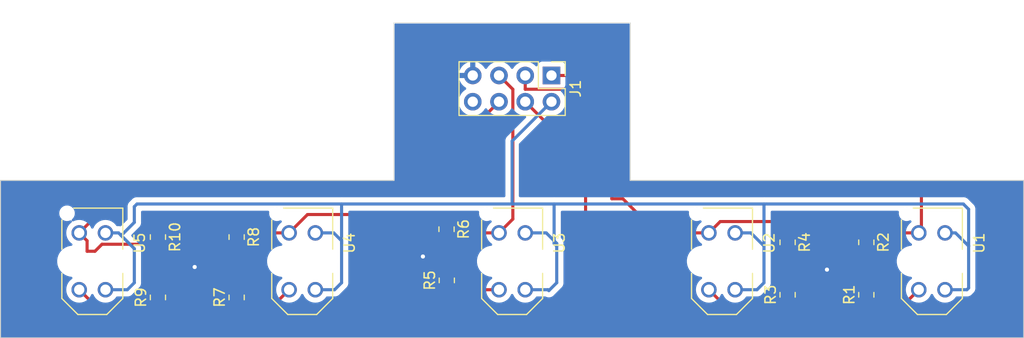
<source format=kicad_pcb>
(kicad_pcb (version 20221018) (generator pcbnew)
  (layers (0 "F.Cu" signal) (31 "B.Cu" signal) (34 "B.Paste" user) (35 "F.Paste" user) (36 "B.SilkS" user "B.Silkscreen") (37 "F.SilkS" user "F.Silkscreen") (38 "B.Mask" user) (39 "F.Mask" user) (44 "Edge.Cuts" user))
  (net 0 "")
  (net 1 "Analog Pin1")
  (net 2 "+3.3V")
  (net 3 "Analog Pin2")
  (net 4 "Analog Pin4")
  (net 5 "Analog Pin3")
  (net 6 "Analog Pin5")
  (net 7 "GND")
  (net 9 "Net-(R1-Pad1)")
  (net 10 "Net-(R3-Pad1)")
  (net 11 "Net-(R5-Pad1)")
  (net 12 "Net-(R7-Pad1)")
  (net 13 "Net-(R9-Pad1)")
  (footprint "Resistor_SMD:R_0805_2012Metric" (layer "F.Cu") (at 124.46 72.2865 90)
    (fp_text reference "R7" (at 0 -1.65 90) (layer "F.SilkS"))
    (fp_text value "90")
    (fp_line (start -0.227064 -0.735) (end 0.227064 -0.735) (stroke (width 0.12)) (layer "F.SilkS"))
    (fp_line (start -0.227064 0.735) (end 0.227064 0.735) (stroke (width 0.12)) (layer "F.SilkS"))
    (pad "1" smd roundrect (at -0.9125 0 90) (size 1.025 1.4) (layers "F.Cu" "F.Paste" "F.Mask") (roundrect_rratio 0.243902) (net 12 "Net-(R7-Pad1)"))
    (pad "2" smd roundrect (at 0.9125 0 90) (size 1.025 1.4) (layers "F.Cu" "F.Paste" "F.Mask") (roundrect_rratio 0.243902) (net 7 "GND"))
  )
  (footprint "Resistor_SMD:R_0805_2012Metric" (layer "F.Cu") (at 124.46 66.4445 -90)
    (fp_text reference "R8" (at 0 -1.65 90) (layer "F.SilkS"))
    (fp_text value "3.9k")
    (fp_line (start -0.227064 -0.735) (end 0.227064 -0.735) (stroke (width 0.12)) (layer "F.SilkS"))
    (fp_line (start -0.227064 0.735) (end 0.227064 0.735) (stroke (width 0.12)) (layer "F.SilkS"))
    (pad "1" smd roundrect (at -0.9125 0 270) (size 1.025 1.4) (layers "F.Cu" "F.Paste" "F.Mask") (roundrect_rratio 0.243902) (net 4 "Analog Pin4"))
    (pad "2" smd roundrect (at 0.9125 0 270) (size 1.025 1.4) (layers "F.Cu" "F.Paste" "F.Mask") (roundrect_rratio 0.243902) (net 7 "GND"))
  )
  (footprint "kicad_mod:OPTO_TCRT5000" (layer "F.Cu") (at 191.77 68.79 -90)
    (fp_text reference "U1" (at -1.76355 -4.57476 90) (layer "F.SilkS") (effects (font (size 1.004126 1.004126))))
    (fp_text value "TCRT5000")
    (fp_line (start -5.15 -2.95) (end -1.17 -2.95) (stroke (width 0.127)) (layer "F.SilkS"))
    (fp_line (start -5.15 1.8) (end -5.15 -2.95) (stroke (width 0.127)) (layer "F.SilkS"))
    (fp_line (start -4 2.95) (end -1.17 2.95) (stroke (width 0.127)) (layer "F.SilkS"))
    (fp_line (start 1.17 2.95) (end 3.6 2.95) (stroke (width 0.127)) (layer "F.SilkS"))
    (fp_line (start 3.6 -2.95) (end 1.17 -2.95) (stroke (width 0.127)) (layer "F.SilkS"))
    (fp_line (start 3.6 -2.95) (end 5.15 -1.4) (stroke (width 0.127)) (layer "F.SilkS"))
    (fp_line (start 3.6 2.95) (end 5.15 1.4) (stroke (width 0.127)) (layer "F.SilkS"))
    (fp_line (start 5.15 1.4) (end 5.15 -1.4) (stroke (width 0.127)) (layer "F.SilkS"))
    (pad "" np_thru_hole circle (at -4.65 2.45 270) (size 1 1) (drill 1) (layers "*.Cu" "*.Mask"))
    (pad "" np_thru_hole circle (at 0 -1.9 270) (size 2.5 2.5) (drill 2.5) (layers "*.Cu" "*.Mask"))
    (pad "" np_thru_hole circle (at 0 1.9 270) (size 2.5 2.5) (drill 2.5) (layers "*.Cu" "*.Mask"))
    (pad "A" thru_hole circle (at 2.75 -1.27 270) (size 1.5 1.5) (drill 1) (layers "*.Cu" "*.Mask") (net 2 "+3.3V"))
    (pad "CATH" thru_hole circle (at 2.75 1.27 270) (size 1.5 1.5) (drill 1) (layers "*.Cu" "*.Mask") (net 9 "Net-(R1-Pad1)"))
    (pad "COLL" thru_hole circle (at -2.75 -1.27 270) (size 1.5 1.5) (drill 1) (layers "*.Cu" "*.Mask") (net 2 "+3.3V"))
    (pad "E" thru_hole circle (at -2.75 1.27 270) (size 1.5 1.5) (drill 1) (layers "*.Cu" "*.Mask") (net 1 "Analog Pin1"))
  )
  (footprint "Resistor_SMD:R_0805_2012Metric" (layer "F.Cu") (at 177.8 72.0325 90)
    (fp_text reference "R3" (at 0 -1.65 90) (layer "F.SilkS"))
    (fp_text value "90")
    (fp_line (start -0.227064 -0.735) (end 0.227064 -0.735) (stroke (width 0.12)) (layer "F.SilkS"))
    (fp_line (start -0.227064 0.735) (end 0.227064 0.735) (stroke (width 0.12)) (layer "F.SilkS"))
    (pad "1" smd roundrect (at -0.9125 0 90) (size 1.025 1.4) (layers "F.Cu" "F.Paste" "F.Mask") (roundrect_rratio 0.243902) (net 10 "Net-(R3-Pad1)"))
    (pad "2" smd roundrect (at 0.9125 0 90) (size 1.025 1.4) (layers "F.Cu" "F.Paste" "F.Mask") (roundrect_rratio 0.243902) (net 7 "GND"))
  )
  (footprint "Resistor_SMD:R_0805_2012Metric" (layer "F.Cu") (at 144.8054 70.6374 90)
    (fp_text reference "R5" (at 0 -1.65 90) (layer "F.SilkS"))
    (fp_text value "90")
    (fp_line (start -0.227064 -0.735) (end 0.227064 -0.735) (stroke (width 0.12)) (layer "F.SilkS"))
    (fp_line (start -0.227064 0.735) (end 0.227064 0.735) (stroke (width 0.12)) (layer "F.SilkS"))
    (pad "1" smd roundrect (at -0.9125 0 90) (size 1.025 1.4) (layers "F.Cu" "F.Paste" "F.Mask") (roundrect_rratio 0.243902) (net 11 "Net-(R5-Pad1)"))
    (pad "2" smd roundrect (at 0.9125 0 90) (size 1.025 1.4) (layers "F.Cu" "F.Paste" "F.Mask") (roundrect_rratio 0.243902) (net 7 "GND"))
  )
  (footprint "Resistor_SMD:R_0805_2012Metric" (layer "F.Cu") (at 185.42 66.9525 -90)
    (fp_text reference "R2" (at 0 -1.65 90) (layer "F.SilkS"))
    (fp_text value "3.9k")
    (fp_line (start -0.227064 -0.735) (end 0.227064 -0.735) (stroke (width 0.12)) (layer "F.SilkS"))
    (fp_line (start -0.227064 0.735) (end 0.227064 0.735) (stroke (width 0.12)) (layer "F.SilkS"))
    (pad "1" smd roundrect (at -0.9125 0 270) (size 1.025 1.4) (layers "F.Cu" "F.Paste" "F.Mask") (roundrect_rratio 0.243902) (net 1 "Analog Pin1"))
    (pad "2" smd roundrect (at 0.9125 0 270) (size 1.025 1.4) (layers "F.Cu" "F.Paste" "F.Mask") (roundrect_rratio 0.243902) (net 7 "GND"))
  )
  (footprint "kicad_mod:OPTO_TCRT5000" (layer "F.Cu") (at 110.49 68.79 -90)
    (fp_text reference "U5" (at -1.76355 -4.57476 90) (layer "F.SilkS") (effects (font (size 1.004126 1.004126))))
    (fp_text value "TCRT5000")
    (fp_line (start -5.15 -2.95) (end -1.17 -2.95) (stroke (width 0.127)) (layer "F.SilkS"))
    (fp_line (start -5.15 1.8) (end -5.15 -2.95) (stroke (width 0.127)) (layer "F.SilkS"))
    (fp_line (start -4 2.95) (end -1.17 2.95) (stroke (width 0.127)) (layer "F.SilkS"))
    (fp_line (start 1.17 2.95) (end 3.6 2.95) (stroke (width 0.127)) (layer "F.SilkS"))
    (fp_line (start 3.6 -2.95) (end 1.17 -2.95) (stroke (width 0.127)) (layer "F.SilkS"))
    (fp_line (start 3.6 -2.95) (end 5.15 -1.4) (stroke (width 0.127)) (layer "F.SilkS"))
    (fp_line (start 3.6 2.95) (end 5.15 1.4) (stroke (width 0.127)) (layer "F.SilkS"))
    (fp_line (start 5.15 1.4) (end 5.15 -1.4) (stroke (width 0.127)) (layer "F.SilkS"))
    (pad "" np_thru_hole circle (at -4.65 2.45 270) (size 1 1) (drill 1) (layers "*.Cu" "*.Mask"))
    (pad "" np_thru_hole circle (at 0 -1.9 270) (size 2.5 2.5) (drill 2.5) (layers "*.Cu" "*.Mask"))
    (pad "" np_thru_hole circle (at 0 1.9 270) (size 2.5 2.5) (drill 2.5) (layers "*.Cu" "*.Mask"))
    (pad "A" thru_hole circle (at 2.75 -1.27 270) (size 1.5 1.5) (drill 1) (layers "*.Cu" "*.Mask") (net 2 "+3.3V"))
    (pad "CATH" thru_hole circle (at 2.75 1.27 270) (size 1.5 1.5) (drill 1) (layers "*.Cu" "*.Mask") (net 13 "Net-(R9-Pad1)"))
    (pad "COLL" thru_hole circle (at -2.75 -1.27 270) (size 1.5 1.5) (drill 1) (layers "*.Cu" "*.Mask") (net 2 "+3.3V"))
    (pad "E" thru_hole circle (at -2.75 1.27 270) (size 1.5 1.5) (drill 1) (layers "*.Cu" "*.Mask") (net 6 "Analog Pin5"))
  )
  (footprint "Resistor_SMD:R_0805_2012Metric" (layer "F.Cu") (at 185.42 72.0325 90)
    (fp_text reference "R1" (at 0 -1.65 90) (layer "F.SilkS"))
    (fp_text value "90")
    (fp_line (start -0.227064 -0.735) (end 0.227064 -0.735) (stroke (width 0.12)) (layer "F.SilkS"))
    (fp_line (start -0.227064 0.735) (end 0.227064 0.735) (stroke (width 0.12)) (layer "F.SilkS"))
    (pad "1" smd roundrect (at -0.9125 0 90) (size 1.025 1.4) (layers "F.Cu" "F.Paste" "F.Mask") (roundrect_rratio 0.243902) (net 9 "Net-(R1-Pad1)"))
    (pad "2" smd roundrect (at 0.9125 0 90) (size 1.025 1.4) (layers "F.Cu" "F.Paste" "F.Mask") (roundrect_rratio 0.243902) (net 7 "GND"))
  )
  (footprint "kicad_mod:OPTO_TCRT5000" (layer "F.Cu") (at 130.81 68.79 -90)
    (fp_text reference "U4" (at -1.76355 -4.57476 90) (layer "F.SilkS") (effects (font (size 1.004126 1.004126))))
    (fp_text value "TCRT5000")
    (fp_line (start -5.15 -2.95) (end -1.17 -2.95) (stroke (width 0.127)) (layer "F.SilkS"))
    (fp_line (start -5.15 1.8) (end -5.15 -2.95) (stroke (width 0.127)) (layer "F.SilkS"))
    (fp_line (start -4 2.95) (end -1.17 2.95) (stroke (width 0.127)) (layer "F.SilkS"))
    (fp_line (start 1.17 2.95) (end 3.6 2.95) (stroke (width 0.127)) (layer "F.SilkS"))
    (fp_line (start 3.6 -2.95) (end 1.17 -2.95) (stroke (width 0.127)) (layer "F.SilkS"))
    (fp_line (start 3.6 -2.95) (end 5.15 -1.4) (stroke (width 0.127)) (layer "F.SilkS"))
    (fp_line (start 3.6 2.95) (end 5.15 1.4) (stroke (width 0.127)) (layer "F.SilkS"))
    (fp_line (start 5.15 1.4) (end 5.15 -1.4) (stroke (width 0.127)) (layer "F.SilkS"))
    (pad "" np_thru_hole circle (at -4.65 2.45 270) (size 1 1) (drill 1) (layers "*.Cu" "*.Mask"))
    (pad "" np_thru_hole circle (at 0 -1.9 270) (size 2.5 2.5) (drill 2.5) (layers "*.Cu" "*.Mask"))
    (pad "" np_thru_hole circle (at 0 1.9 270) (size 2.5 2.5) (drill 2.5) (layers "*.Cu" "*.Mask"))
    (pad "A" thru_hole circle (at 2.75 -1.27 270) (size 1.5 1.5) (drill 1) (layers "*.Cu" "*.Mask") (net 2 "+3.3V"))
    (pad "CATH" thru_hole circle (at 2.75 1.27 270) (size 1.5 1.5) (drill 1) (layers "*.Cu" "*.Mask") (net 12 "Net-(R7-Pad1)"))
    (pad "COLL" thru_hole circle (at -2.75 -1.27 270) (size 1.5 1.5) (drill 1) (layers "*.Cu" "*.Mask") (net 2 "+3.3V"))
    (pad "E" thru_hole circle (at -2.75 1.27 270) (size 1.5 1.5) (drill 1) (layers "*.Cu" "*.Mask") (net 4 "Analog Pin4"))
  )
  (footprint "kicad_mod:OPTO_TCRT5000" (layer "F.Cu") (at 171.45 68.79 -90)
    (fp_text reference "U2" (at -1.76355 -4.57476 90) (layer "F.SilkS") (effects (font (size 1.004126 1.004126))))
    (fp_text value "TCRT5000")
    (fp_line (start -5.15 -2.95) (end -1.17 -2.95) (stroke (width 0.127)) (layer "F.SilkS"))
    (fp_line (start -5.15 1.8) (end -5.15 -2.95) (stroke (width 0.127)) (layer "F.SilkS"))
    (fp_line (start -4 2.95) (end -1.17 2.95) (stroke (width 0.127)) (layer "F.SilkS"))
    (fp_line (start 1.17 2.95) (end 3.6 2.95) (stroke (width 0.127)) (layer "F.SilkS"))
    (fp_line (start 3.6 -2.95) (end 1.17 -2.95) (stroke (width 0.127)) (layer "F.SilkS"))
    (fp_line (start 3.6 -2.95) (end 5.15 -1.4) (stroke (width 0.127)) (layer "F.SilkS"))
    (fp_line (start 3.6 2.95) (end 5.15 1.4) (stroke (width 0.127)) (layer "F.SilkS"))
    (fp_line (start 5.15 1.4) (end 5.15 -1.4) (stroke (width 0.127)) (layer "F.SilkS"))
    (pad "" np_thru_hole circle (at -4.65 2.45 270) (size 1 1) (drill 1) (layers "*.Cu" "*.Mask"))
    (pad "" np_thru_hole circle (at 0 -1.9 270) (size 2.5 2.5) (drill 2.5) (layers "*.Cu" "*.Mask"))
    (pad "" np_thru_hole circle (at 0 1.9 270) (size 2.5 2.5) (drill 2.5) (layers "*.Cu" "*.Mask"))
    (pad "A" thru_hole circle (at 2.75 -1.27 270) (size 1.5 1.5) (drill 1) (layers "*.Cu" "*.Mask") (net 2 "+3.3V"))
    (pad "CATH" thru_hole circle (at 2.75 1.27 270) (size 1.5 1.5) (drill 1) (layers "*.Cu" "*.Mask") (net 10 "Net-(R3-Pad1)"))
    (pad "COLL" thru_hole circle (at -2.75 -1.27 270) (size 1.5 1.5) (drill 1) (layers "*.Cu" "*.Mask") (net 2 "+3.3V"))
    (pad "E" thru_hole circle (at -2.75 1.27 270) (size 1.5 1.5) (drill 1) (layers "*.Cu" "*.Mask") (net 3 "Analog Pin2"))
  )
  (footprint "Connector_PinHeader_2.54mm:PinHeader_2x04_P2.54mm_Vertical" (layer "F.Cu") (at 154.94 50.8 -90)
    (fp_text reference "J1" (at 1.27 -2.33 -90) (layer "F.SilkS"))
    (fp_text value "Conn_02x04_Odd_Even")
    (fp_line (start -1.33 -1.33) (end 0 -1.33) (stroke (width 0.12)) (layer "F.SilkS"))
    (fp_line (start -1.33 0) (end -1.33 -1.33) (stroke (width 0.12)) (layer "F.SilkS"))
    (fp_line (start -1.33 1.27) (end -1.33 8.95) (stroke (width 0.12)) (layer "F.SilkS"))
    (fp_line (start -1.33 1.27) (end 1.27 1.27) (stroke (width 0.12)) (layer "F.SilkS"))
    (fp_line (start -1.33 8.95) (end 3.87 8.95) (stroke (width 0.12)) (layer "F.SilkS"))
    (fp_line (start 1.27 -1.33) (end 3.87 -1.33) (stroke (width 0.12)) (layer "F.SilkS"))
    (fp_line (start 1.27 1.27) (end 1.27 -1.33) (stroke (width 0.12)) (layer "F.SilkS"))
    (fp_line (start 3.87 -1.33) (end 3.87 8.95) (stroke (width 0.12)) (layer "F.SilkS"))
    (pad "1" thru_hole rect (at 0 0 270) (size 1.7 1.7) (drill 1) (layers "*.Cu" "*.Mask") (net 1 "Analog Pin1"))
    (pad "2" thru_hole oval (at 2.54 0 270) (size 1.7 1.7) (drill 1) (layers "*.Cu" "*.Mask") (net 2 "+3.3V"))
    (pad "3" thru_hole oval (at 0 2.54 270) (size 1.7 1.7) (drill 1) (layers "*.Cu" "*.Mask") (net 3 "Analog Pin2"))
    (pad "4" thru_hole oval (at 2.54 2.54 270) (size 1.7 1.7) (drill 1) (layers "*.Cu" "*.Mask") (net 4 "Analog Pin4"))
    (pad "5" thru_hole oval (at 0 5.08 270) (size 1.7 1.7) (drill 1) (layers "*.Cu" "*.Mask") (net 5 "Analog Pin3"))
    (pad "6" thru_hole oval (at 2.54 5.08 270) (size 1.7 1.7) (drill 1) (layers "*.Cu" "*.Mask") (net 6 "Analog Pin5"))
    (pad "7" thru_hole oval (at 0 7.62 270) (size 1.7 1.7) (drill 1) (layers "*.Cu" "*.Mask") (net 7 "GND"))
    (pad "8" thru_hole oval (at 2.54 7.62 270) (size 1.7 1.7) (drill 1) (layers "*.Cu" "*.Mask"))
  )
  (footprint "Resistor_SMD:R_0805_2012Metric" (layer "F.Cu") (at 116.84 72.2865 90)
    (fp_text reference "R9" (at 0 -1.65 90) (layer "F.SilkS"))
    (fp_text value "90")
    (fp_line (start -0.227064 -0.735) (end 0.227064 -0.735) (stroke (width 0.12)) (layer "F.SilkS"))
    (fp_line (start -0.227064 0.735) (end 0.227064 0.735) (stroke (width 0.12)) (layer "F.SilkS"))
    (pad "1" smd roundrect (at -0.9125 0 90) (size 1.025 1.4) (layers "F.Cu" "F.Paste" "F.Mask") (roundrect_rratio 0.243902) (net 13 "Net-(R9-Pad1)"))
    (pad "2" smd roundrect (at 0.9125 0 90) (size 1.025 1.4) (layers "F.Cu" "F.Paste" "F.Mask") (roundrect_rratio 0.243902) (net 7 "GND"))
  )
  (footprint "kicad_mod:OPTO_TCRT5000" (layer "F.Cu") (at 151.13 68.79 -90)
    (fp_text reference "U3" (at -1.76355 -4.57476 90) (layer "F.SilkS") (effects (font (size 1.004126 1.004126))))
    (fp_text value "TCRT5000")
    (fp_line (start -5.15 -2.95) (end -1.17 -2.95) (stroke (width 0.127)) (layer "F.SilkS"))
    (fp_line (start -5.15 1.8) (end -5.15 -2.95) (stroke (width 0.127)) (layer "F.SilkS"))
    (fp_line (start -4 2.95) (end -1.17 2.95) (stroke (width 0.127)) (layer "F.SilkS"))
    (fp_line (start 1.17 2.95) (end 3.6 2.95) (stroke (width 0.127)) (layer "F.SilkS"))
    (fp_line (start 3.6 -2.95) (end 1.17 -2.95) (stroke (width 0.127)) (layer "F.SilkS"))
    (fp_line (start 3.6 -2.95) (end 5.15 -1.4) (stroke (width 0.127)) (layer "F.SilkS"))
    (fp_line (start 3.6 2.95) (end 5.15 1.4) (stroke (width 0.127)) (layer "F.SilkS"))
    (fp_line (start 5.15 1.4) (end 5.15 -1.4) (stroke (width 0.127)) (layer "F.SilkS"))
    (pad "" np_thru_hole circle (at -4.65 2.45 270) (size 1 1) (drill 1) (layers "*.Cu" "*.Mask"))
    (pad "" np_thru_hole circle (at 0 -1.9 270) (size 2.5 2.5) (drill 2.5) (layers "*.Cu" "*.Mask"))
    (pad "" np_thru_hole circle (at 0 1.9 270) (size 2.5 2.5) (drill 2.5) (layers "*.Cu" "*.Mask"))
    (pad "A" thru_hole circle (at 2.75 -1.27 270) (size 1.5 1.5) (drill 1) (layers "*.Cu" "*.Mask") (net 2 "+3.3V"))
    (pad "CATH" thru_hole circle (at 2.75 1.27 270) (size 1.5 1.5) (drill 1) (layers "*.Cu" "*.Mask") (net 11 "Net-(R5-Pad1)"))
    (pad "COLL" thru_hole circle (at -2.75 -1.27 270) (size 1.5 1.5) (drill 1) (layers "*.Cu" "*.Mask") (net 2 "+3.3V"))
    (pad "E" thru_hole circle (at -2.75 1.27 270) (size 1.5 1.5) (drill 1) (layers "*.Cu" "*.Mask") (net 5 "Analog Pin3"))
  )
  (footprint "Resistor_SMD:R_0805_2012Metric" (layer "F.Cu") (at 177.8 66.9525 -90)
    (fp_text reference "R4" (at 0 -1.65 90) (layer "F.SilkS"))
    (fp_text value "3.9k")
    (fp_line (start -0.227064 -0.735) (end 0.227064 -0.735) (stroke (width 0.12)) (layer "F.SilkS"))
    (fp_line (start -0.227064 0.735) (end 0.227064 0.735) (stroke (width 0.12)) (layer "F.SilkS"))
    (pad "1" smd roundrect (at -0.9125 0 270) (size 1.025 1.4) (layers "F.Cu" "F.Paste" "F.Mask") (roundrect_rratio 0.243902) (net 3 "Analog Pin2"))
    (pad "2" smd roundrect (at 0.9125 0 270) (size 1.025 1.4) (layers "F.Cu" "F.Paste" "F.Mask") (roundrect_rratio 0.243902) (net 7 "GND"))
  )
  (footprint "Resistor_SMD:R_0805_2012Metric" (layer "F.Cu") (at 144.78 65.6825 -90)
    (fp_text reference "R6" (at 0 -1.65 90) (layer "F.SilkS"))
    (fp_text value "3.9k")
    (fp_line (start -0.227064 -0.735) (end 0.227064 -0.735) (stroke (width 0.12)) (layer "F.SilkS"))
    (fp_line (start -0.227064 0.735) (end 0.227064 0.735) (stroke (width 0.12)) (layer "F.SilkS"))
    (pad "1" smd roundrect (at -0.9125 0 270) (size 1.025 1.4) (layers "F.Cu" "F.Paste" "F.Mask") (roundrect_rratio 0.243902) (net 5 "Analog Pin3"))
    (pad "2" smd roundrect (at 0.9125 0 270) (size 1.025 1.4) (layers "F.Cu" "F.Paste" "F.Mask") (roundrect_rratio 0.243902) (net 7 "GND"))
  )
  (footprint "Resistor_SMD:R_0805_2012Metric" (layer "F.Cu") (at 116.84 66.4445 -90)
    (fp_text reference "R10" (at 0 -1.65 90) (layer "F.SilkS"))
    (fp_text value "3.9k")
    (fp_line (start -0.227064 -0.735) (end 0.227064 -0.735) (stroke (width 0.12)) (layer "F.SilkS"))
    (fp_line (start -0.227064 0.735) (end 0.227064 0.735) (stroke (width 0.12)) (layer "F.SilkS"))
    (pad "1" smd roundrect (at -0.9125 0 270) (size 1.025 1.4) (layers "F.Cu" "F.Paste" "F.Mask") (roundrect_rratio 0.243902) (net 6 "Analog Pin5"))
    (pad "2" smd roundrect (at 0.9125 0 270) (size 1.025 1.4) (layers "F.Cu" "F.Paste" "F.Mask") (roundrect_rratio 0.243902) (net 7 "GND"))
  )
  (gr_line (start 101.6 60.96) (end 101.6 76.2) (stroke (width 0.1)) (layer "Edge.Cuts"))
  (gr_line (start 200.66 60.96) (end 162.56 60.96) (stroke (width 0.1)) (layer "Edge.Cuts"))
  (gr_line (start 101.6 76.2) (end 200.66 76.2) (stroke (width 0.1)) (layer "Edge.Cuts"))
  (gr_line (start 162.56 60.96) (end 162.56 45.72) (stroke (width 0.1)) (layer "Edge.Cuts"))
  (gr_line (start 139.7 60.96) (end 101.6 60.96) (stroke (width 0.1)) (layer "Edge.Cuts"))
  (gr_line (start 139.7 45.72) (end 139.7 60.96) (stroke (width 0.1)) (layer "Edge.Cuts"))
  (gr_line (start 200.66 76.2) (end 200.66 60.96) (stroke (width 0.1)) (layer "Edge.Cuts"))
  (gr_line (start 162.56 45.72) (end 139.7 45.72) (stroke (width 0.1)) (layer "Edge.Cuts"))
  (segment (start 161.29 50.546) (end 161.036 50.8) (width 0.3) (layer "F.Cu") (net 1))
  (segment (start 161.544 61.722) (end 161.544 50.8) (width 0.3) (layer "F.Cu") (net 1))
  (segment (start 161.544 50.8) (end 161.29 50.546) (width 0.3) (layer "F.Cu") (net 1))
  (segment (start 185.42 66.04) (end 190.5 66.04) (width 0.3) (layer "F.Cu") (net 1))
  (segment (start 190.5 66.04) (end 190.754 65.786) (width 0.3) (layer "F.Cu") (net 1))
  (segment (start 190.754 65.786) (end 190.754 62.484) (width 0.3) (layer "F.Cu") (net 1))
  (segment (start 189.992 61.722) (end 161.544 61.722) (width 0.3) (layer "F.Cu") (net 1))
  (segment (start 161.036 50.8) (end 154.94 50.8) (width 0.3) (layer "F.Cu") (net 1))
  (segment (start 190.754 62.484) (end 189.992 61.722) (width 0.3) (layer "F.Cu") (net 1))
  (segment (start 195.326 67.31) (end 195.326 71.374) (width 0.3) (layer "B.Cu") (net 2))
  (segment (start 175.514 67.31) (end 175.514 63.24) (width 0.3) (layer "B.Cu") (net 2))
  (segment (start 195.326 71.374) (end 195.16 71.54) (width 0.3) (layer "B.Cu") (net 2))
  (segment (start 193.04 66.04) (end 194.056 66.04) (width 0.3) (layer "B.Cu") (net 2))
  (segment (start 151.13 57.15) (end 154.94 53.34) (width 0.3) (layer "B.Cu") (net 2))
  (segment (start 113.03 66.04) (end 113.284 66.294) (width 0.3) (layer "B.Cu") (net 2))
  (segment (start 114.554 65.024) (end 113.284 66.294) (width 0.3) (layer "B.Cu") (net 2))
  (segment (start 155.448 67.056) (end 155.448 67.31) (width 0.3) (layer "B.Cu") (net 2))
  (segment (start 114.554 63.5) (end 114.554 65.024) (width 0.3) (layer "B.Cu") (net 2))
  (segment (start 113.284 66.294) (end 114.554 67.564) (width 0.3) (layer "B.Cu") (net 2))
  (segment (start 195.326 67.31) (end 195.326 63.754) (width 0.3) (layer "B.Cu") (net 2))
  (segment (start 155.194 67.056) (end 155.448 67.31) (width 0.3) (layer "B.Cu") (net 2))
  (segment (start 134.62 67.056) (end 134.62 70.866) (width 0.3) (layer "B.Cu") (net 2))
  (segment (start 151.13 63.24) (end 151.13 57.15) (width 0.3) (layer "B.Cu") (net 2))
  (segment (start 174.84 71.54) (end 172.72 71.54) (width 0.3) (layer "B.Cu") (net 2))
  (segment (start 172.72 66.04) (end 174.244 66.04) (width 0.3) (layer "B.Cu") (net 2))
  (segment (start 175.768 63.24) (end 175.514 63.24) (width 0.3) (layer "B.Cu") (net 2))
  (segment (start 154.598 71.54) (end 152.4 71.54) (width 0.3) (layer "B.Cu") (net 2))
  (segment (start 114.814 63.24) (end 114.554 63.5) (width 0.3) (layer "B.Cu") (net 2))
  (segment (start 195.326 63.754) (end 194.812 63.24) (width 0.3) (layer "B.Cu") (net 2))
  (segment (start 194.812 63.24) (end 175.768 63.24) (width 0.3) (layer "B.Cu") (net 2))
  (segment (start 175.514 70.866) (end 174.84 71.54) (width 0.3) (layer "B.Cu") (net 2))
  (segment (start 175.514 63.24) (end 155.194 63.24) (width 0.3) (layer "B.Cu") (net 2))
  (segment (start 134.62 66.802) (end 134.62 67.056) (width 0.3) (layer "B.Cu") (net 2))
  (segment (start 194.056 66.04) (end 195.326 67.31) (width 0.3) (layer "B.Cu") (net 2))
  (segment (start 133.946 71.54) (end 132.08 71.54) (width 0.3) (layer "B.Cu") (net 2))
  (segment (start 154.432 66.04) (end 155.448 67.056) (width 0.3) (layer "B.Cu") (net 2))
  (segment (start 155.194 63.24) (end 151.13 63.24) (width 0.3) (layer "B.Cu") (net 2))
  (segment (start 133.858 66.04) (end 134.62 66.802) (width 0.3) (layer "B.Cu") (net 2))
  (segment (start 114.554 70.866) (end 113.88 71.54) (width 0.3) (layer "B.Cu") (net 2))
  (segment (start 175.514 67.31) (end 175.514 70.866) (width 0.3) (layer "B.Cu") (net 2))
  (segment (start 111.76 66.04) (end 113.03 66.04) (width 0.3) (layer "B.Cu") (net 2))
  (segment (start 155.448 67.31) (end 155.448 70.866) (width 0.3) (layer "B.Cu") (net 2))
  (segment (start 152.4 66.04) (end 154.432 66.04) (width 0.3) (layer "B.Cu") (net 2))
  (segment (start 155.448 70.866) (end 154.686 71.628) (width 0.3) (layer "B.Cu") (net 2))
  (segment (start 154.686 71.628) (end 154.598 71.54) (width 0.3) (layer "B.Cu") (net 2))
  (segment (start 155.194 63.24) (end 155.194 67.056) (width 0.3) (layer "B.Cu") (net 2))
  (segment (start 134.62 63.24) (end 134.62 67.056) (width 0.3) (layer "B.Cu") (net 2))
  (segment (start 134.62 63.24) (end 114.814 63.24) (width 0.3) (layer "B.Cu") (net 2))
  (segment (start 114.554 67.564) (end 114.554 70.866) (width 0.3) (layer "B.Cu") (net 2))
  (segment (start 151.13 63.24) (end 134.62 63.24) (width 0.3) (layer "B.Cu") (net 2))
  (segment (start 195.16 71.54) (end 193.04 71.54) (width 0.3) (layer "B.Cu") (net 2))
  (segment (start 174.244 66.04) (end 175.514 67.31) (width 0.3) (layer "B.Cu") (net 2))
  (segment (start 113.88 71.54) (end 111.76 71.54) (width 0.3) (layer "B.Cu") (net 2))
  (segment (start 134.62 70.866) (end 133.946 71.54) (width 0.3) (layer "B.Cu") (net 2))
  (segment (start 132.08 66.04) (end 133.858 66.04) (width 0.3) (layer "B.Cu") (net 2))
  (segment (start 160.465107 52.132893) (end 152.4 52.132893) (width 0.3) (layer "F.Cu") (net 3))
  (segment (start 170.18 66.04) (end 165.154893 66.04) (width 0.3) (layer "F.Cu") (net 3))
  (segment (start 176.7 64.94) (end 171.28 64.94) (width 0.3) (layer "F.Cu") (net 3))
  (segment (start 152.4 52.132893) (end 152.4 50.8) (width 0.3) (layer "F.Cu") (net 3))
  (segment (start 171.28 64.94) (end 170.18 66.04) (width 0.3) (layer "F.Cu") (net 3))
  (segment (start 161.852893 62.738) (end 160.782 62.738) (width 0.3) (layer "F.Cu") (net 3))
  (segment (start 160.782 62.738) (end 160.782 52.324) (width 0.3) (layer "F.Cu") (net 3))
  (segment (start 177.8 66.04) (end 176.7 64.94) (width 0.3) (layer "F.Cu") (net 3))
  (segment (start 160.782 52.324) (end 160.528 52.07) (width 0.3) (layer "F.Cu") (net 3))
  (segment (start 160.528 52.07) (end 160.465107 52.132893) (width 0.3) (layer "F.Cu") (net 3))
  (segment (start 165.154893 66.04) (end 161.852893 62.738) (width 0.3) (layer "F.Cu") (net 3))
  (segment (start 158.242 74.676) (end 158.242 59.182) (width 0.3) (layer "F.Cu") (net 4))
  (segment (start 157.988 74.93) (end 158.242 74.676) (width 0.3) (layer "F.Cu") (net 4))
  (segment (start 143.256 74.93) (end 157.988 74.93) (width 0.3) (layer "F.Cu") (net 4))
  (segment (start 152.4 52.632893) (end 152.4 53.34) (width 0.3) (layer "F.Cu") (net 4))
  (segment (start 138.176 64.262) (end 138.176 69.85) (width 0.3) (layer "F.Cu") (net 4))
  (segment (start 124.968 66.04) (end 124.46 65.532) (width 0.3) (layer "F.Cu") (net 4))
  (segment (start 131.318 64.262) (end 138.176 64.262) (width 0.3) (layer "F.Cu") (net 4))
  (segment (start 158.242 59.182) (end 152.4 53.34) (width 0.3) (layer "F.Cu") (net 4))
  (segment (start 129.54 66.04) (end 131.318 64.262) (width 0.3) (layer "F.Cu") (net 4))
  (segment (start 138.176 69.85) (end 143.256 74.93) (width 0.3) (layer "F.Cu") (net 4))
  (segment (start 129.54 66.04) (end 124.968 66.04) (width 0.3) (layer "F.Cu") (net 4))
  (segment (start 149.86 66.04) (end 151.2 64.7) (width 0.3) (layer "F.Cu") (net 5))
  (segment (start 151.2 52.14) (end 149.86 50.8) (width 0.3) (layer "F.Cu") (net 5))
  (segment (start 146.05 66.04) (end 149.86 66.04) (width 0.3) (layer "F.Cu") (net 5))
  (segment (start 144.78 64.77) (end 146.05 66.04) (width 0.3) (layer "F.Cu") (net 5))
  (segment (start 151.2 64.7) (end 151.2 52.14) (width 0.3) (layer "F.Cu") (net 5))
  (segment (start 115.232 67.14) (end 111.422 67.14) (width 0.3) (layer "F.Cu") (net 6))
  (segment (start 141.986 61.722) (end 141.986 61.214) (width 0.3) (layer "F.Cu") (net 6))
  (segment (start 141.986 61.214) (end 149.86 53.34) (width 0.3) (layer "F.Cu") (net 6))
  (segment (start 109.982 66.802) (end 109.22 66.04) (width 0.3) (layer "F.Cu") (net 6))
  (segment (start 113.538 61.722) (end 141.986 61.722) (width 0.3) (layer "F.Cu") (net 6))
  (segment (start 111.422 67.14) (end 110.744 67.818) (width 0.3) (layer "F.Cu") (net 6))
  (segment (start 110.744 67.818) (end 109.982 67.818) (width 0.3) (layer "F.Cu") (net 6))
  (segment (start 116.84 65.532) (end 115.232 67.14) (width 0.3) (layer "F.Cu") (net 6))
  (segment (start 109.982 67.818) (end 109.982 66.802) (width 0.3) (layer "F.Cu") (net 6))
  (segment (start 109.22 66.04) (end 113.538 61.722) (width 0.3) (layer "F.Cu") (net 6))
  (segment (start 177.8 69.596) (end 181.61 69.596) (width 0.3) (layer "F.Cu") (net 7))
  (segment (start 177.8 67.865) (end 177.8 69.596) (width 0.3) (layer "F.Cu") (net 7))
  (segment (start 117.094 69.342) (end 120.396 69.342) (width 0.3) (layer "F.Cu") (net 7))
  (segment (start 116.84 69.596) (end 117.094 69.342) (width 0.3) (layer "F.Cu") (net 7))
  (segment (start 124.206 69.342) (end 120.396 69.342) (width 0.3) (layer "F.Cu") (net 7))
  (segment (start 185.42 69.596) (end 181.61 69.596) (width 0.3) (layer "F.Cu") (net 7))
  (segment (start 124.46 67.865) (end 124.46 69.596) (width 0.3) (layer "F.Cu") (net 7))
  (segment (start 116.84 69.596) (end 116.84 71.374) (width 0.3) (layer "F.Cu") (net 7))
  (segment (start 177.8 69.596) (end 177.8 71.12) (width 0.3) (layer "F.Cu") (net 7))
  (segment (start 144.8054 69.7249) (end 144.78 69.6995) (width 0.3) (layer "F.Cu") (net 7))
  (segment (start 185.42 69.596) (end 185.42 71.12) (width 0.3) (layer "F.Cu") (net 7))
  (segment (start 144.78 69.6995) (end 144.78 68.326) (width 0.3) (layer "F.Cu") (net 7))
  (segment (start 185.42 67.865) (end 185.42 69.596) (width 0.3) (layer "F.Cu") (net 7))
  (segment (start 116.84 67.357) (end 116.84 69.596) (width 0.3) (layer "F.Cu") (net 7))
  (segment (start 124.46 69.596) (end 124.206 69.342) (width 0.3) (layer "F.Cu") (net 7))
  (segment (start 144.78 66.595) (end 144.78 68.326) (width 0.3) (layer "F.Cu") (net 7))
  (segment (start 124.46 69.596) (end 124.46 71.374) (width 0.3) (layer "F.Cu") (net 7))
  (segment (start 144.78 68.326) (end 142.494 68.326) (width 0.3) (layer "F.Cu") (net 7))
  (via (at 142.494 68.326) (size 0.8) (drill 0.4) (layers "F.Cu" "B.Cu") (net 7))
  (via (at 120.396 69.342) (size 0.8) (drill 0.4) (layers "F.Cu" "B.Cu") (net 7))
  (via (at 181.61 69.596) (size 0.8) (drill 0.4) (layers "F.Cu" "B.Cu") (net 7))
  (segment (start 189.095 72.945) (end 185.42 72.945) (width 0.3) (layer "F.Cu") (net 9))
  (segment (start 190.5 71.54) (end 189.095 72.945) (width 0.3) (layer "F.Cu") (net 9))
  (segment (start 173.316 74.676) (end 176.069 74.676) (width 0.3) (layer "F.Cu") (net 10))
  (segment (start 176.069 74.676) (end 177.8 72.945) (width 0.3) (layer "F.Cu") (net 10))
  (segment (start 170.18 71.54) (end 173.316 74.676) (width 0.3) (layer "F.Cu") (net 10))
  (segment (start 149.86 71.54) (end 144.8153 71.54) (width 0.3) (layer "F.Cu") (net 11))
  (segment (start 144.8153 71.54) (end 144.8054 71.5499) (width 0.3) (layer "F.Cu") (net 11))
  (segment (start 129.54 71.54) (end 127.674 73.406) (width 0.3) (layer "F.Cu") (net 12))
  (segment (start 124.667 73.406) (end 124.46 73.199) (width 0.3) (layer "F.Cu") (net 12))
  (segment (start 127.674 73.406) (end 124.667 73.406) (width 0.3) (layer "F.Cu") (net 12))
  (segment (start 109.22 71.54) (end 110.879 73.199) (width 0.3) (layer "F.Cu") (net 13))
  (segment (start 110.879 73.199) (end 116.84 73.199) (width 0.3) (layer "F.Cu") (net 13))
  (zone (net 7) (net_name "GND") (layer "B.Cu") (connect_pads (clearance 0.5)) (min_thickness 0.25) (fill yes (thermal_gap 0.5) (thermal_bridge_width 0.5))
    (polygon (pts (xy 139.7 45.72) (xy 162.56 45.72) (xy 162.56 60.96) (xy 200.66 60.96) (xy 200.66 76.2) (xy 101.6 76.2) (xy 101.6 60.96) (xy 139.7 60.96)))
  )
)
</source>
